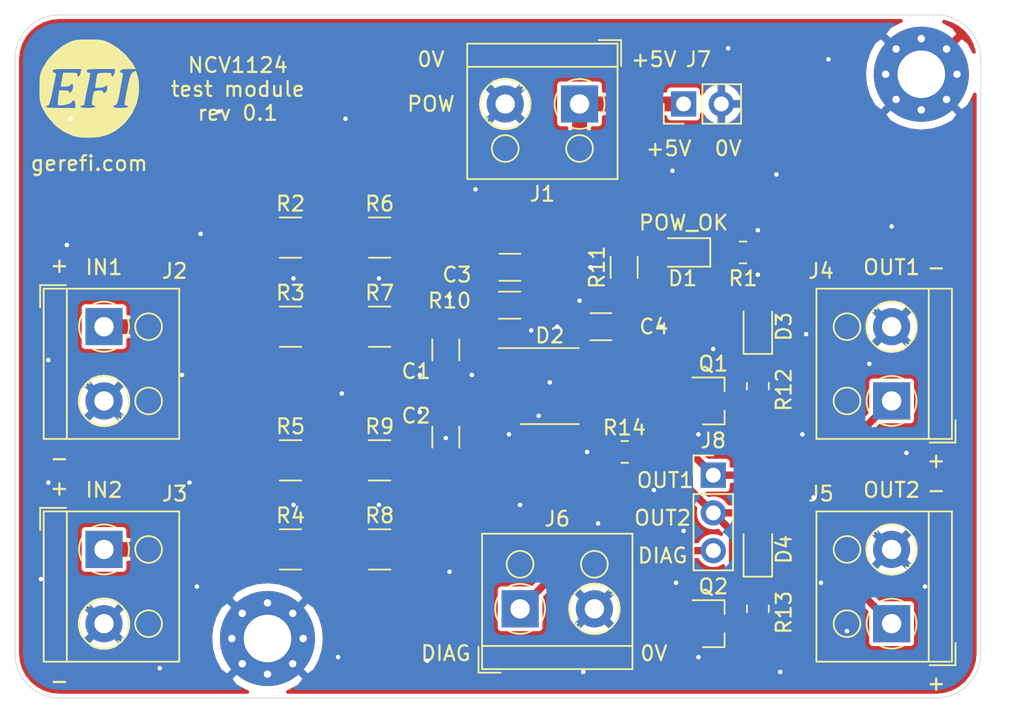
<source format=kicad_pcb>
(kicad_pcb (version 20171130) (host pcbnew "(5.1.8)-1")
  (title_block (date 2020-12-12) (company gerefi.com))
  (layers (0 F.Cu signal) (31 B.Cu signal) (34 B.Paste user) (35 F.Paste user) (36 B.SilkS user) (37 F.SilkS user) (38 B.Mask user) (39 F.Mask user) (44 Edge.Cuts user))
  (net 0 "")
  (net 1 GND)
  (net 2 "Net-(C1-Pad1)")
  (net 3 "Net-(C2-Pad1)")
  (net 4 "Net-(C3-Pad2)")
  (net 5 +5V)
  (net 6 "Net-(C4-Pad1)")
  (net 7 "Net-(D1-Pad1)")
  (net 8 "Net-(D2-Pad7)")
  (net 9 "Net-(D2-Pad6)")
  (net 10 "Net-(D2-Pad5)")
  (net 11 "Net-(D3-Pad1)")
  (net 12 "Net-(D4-Pad1)")
  (net 13 "Net-(J2-Pad1)")
  (net 14 "Net-(J3-Pad1)")
  (net 15 "Net-(Q1-Pad3)")
  (net 16 "Net-(Q2-Pad3)")
  (net 17 "Net-(R2-Pad2)")
  (net 18 "Net-(R3-Pad2)")
  (net 19 "Net-(R4-Pad2)")
  (net 20 "Net-(R5-Pad2)")
  (module Resistor_SMD:R_0805_2012Metric_Pad1.20x1.40mm_HandSolder (layer F.Cu) (at 146.05 51.435)
    (fp_text reference R14 (at -0.035849 -1.630174) (layer F.SilkS))
    (fp_text value 3K)
    (fp_line (start -0.227064 -0.735) (end 0.227064 -0.735) (layer F.SilkS) (width 0.12))
    (fp_line (start -0.227064 0.735) (end 0.227064 0.735) (layer F.SilkS) (width 0.12))
    (pad 2 smd roundrect (at 1 0) (size 1.2 1.4) (layers F.Cu F.Paste F.Mask) (roundrect_rratio 0.2083325) (net 10 "Net-(D2-Pad5)"))
    (pad 1 smd roundrect (at -1 0) (size 1.2 1.4) (layers F.Cu F.Paste F.Mask) (roundrect_rratio 0.2083325) (net 1 GND))
  )
  (module Connector_PinHeader_2.54mm:PinHeader_1x03_P2.54mm_Vertical (layer F.Cu) (at 152 53)
    (fp_text reference J8 (at 0 -2.33) (layer F.SilkS))
    (fp_text value Conn_01x03_Male)
    (fp_line (start -1.33 6.41) (end 1.33 6.41) (layer F.SilkS) (width 0.12))
    (fp_line (start -1.33 1.27) (end -1.33 6.41) (layer F.SilkS) (width 0.12))
    (fp_line (start 1.33 1.27) (end 1.33 6.41) (layer F.SilkS) (width 0.12))
    (fp_line (start -1.33 1.27) (end 1.33 1.27) (layer F.SilkS) (width 0.12))
    (fp_line (start -1.33 0) (end -1.33 -1.33) (layer F.SilkS) (width 0.12))
    (fp_line (start -1.33 -1.33) (end 0 -1.33) (layer F.SilkS) (width 0.12))
    (pad 3 thru_hole oval (at 0 5.08) (size 1.7 1.7) (drill 1) (layers *.Cu *.Mask) (net 10 "Net-(D2-Pad5)"))
    (pad 2 thru_hole oval (at 0 2.54) (size 1.7 1.7) (drill 1) (layers *.Cu *.Mask) (net 9 "Net-(D2-Pad6)"))
    (pad 1 thru_hole rect (at 0 0) (size 1.7 1.7) (drill 1) (layers *.Cu *.Mask) (net 8 "Net-(D2-Pad7)"))
  )
  (module Connector_PinHeader_2.54mm:PinHeader_1x02_P2.54mm_Vertical (layer F.Cu) (at 150 28 90)
    (fp_text reference J7 (at 3 1 180) (layer F.SilkS))
    (fp_text value Conn_01x02_Male)
    (fp_line (start -1.33 3.87) (end 1.33 3.87) (layer F.SilkS) (width 0.12))
    (fp_line (start -1.33 1.27) (end -1.33 3.87) (layer F.SilkS) (width 0.12))
    (fp_line (start 1.33 1.27) (end 1.33 3.87) (layer F.SilkS) (width 0.12))
    (fp_line (start -1.33 1.27) (end 1.33 1.27) (layer F.SilkS) (width 0.12))
    (fp_line (start -1.33 0) (end -1.33 -1.33) (layer F.SilkS) (width 0.12))
    (fp_line (start -1.33 -1.33) (end 0 -1.33) (layer F.SilkS) (width 0.12))
    (pad 2 thru_hole oval (at 0 2.54 90) (size 1.7 1.7) (drill 1) (layers *.Cu *.Mask) (net 1 GND))
    (pad 1 thru_hole rect (at 0 0 90) (size 1.7 1.7) (drill 1) (layers *.Cu *.Mask) (net 5 +5V))
  )
  (module MountingHole:MountingHole_3.2mm_M3_Pad_Via (layer F.Cu) (at 166 26)
    (fp_text reference H2 hide)
    (fp_text value MountingHole_Pad)
    (pad 1 thru_hole circle (at 1.697056 -1.697056) (size 0.8 0.8) (drill 0.5) (layers *.Cu *.Mask) (net 1 GND))
    (pad 1 thru_hole circle (at 0 -2.4) (size 0.8 0.8) (drill 0.5) (layers *.Cu *.Mask) (net 1 GND))
    (pad 1 thru_hole circle (at -1.697056 -1.697056) (size 0.8 0.8) (drill 0.5) (layers *.Cu *.Mask) (net 1 GND))
    (pad 1 thru_hole circle (at -2.4 0) (size 0.8 0.8) (drill 0.5) (layers *.Cu *.Mask) (net 1 GND))
    (pad 1 thru_hole circle (at -1.697056 1.697056) (size 0.8 0.8) (drill 0.5) (layers *.Cu *.Mask) (net 1 GND))
    (pad 1 thru_hole circle (at 0 2.4) (size 0.8 0.8) (drill 0.5) (layers *.Cu *.Mask) (net 1 GND))
    (pad 1 thru_hole circle (at 1.697056 1.697056) (size 0.8 0.8) (drill 0.5) (layers *.Cu *.Mask) (net 1 GND))
    (pad 1 thru_hole circle (at 2.4 0) (size 0.8 0.8) (drill 0.5) (layers *.Cu *.Mask) (net 1 GND))
    (pad 1 thru_hole circle (at 0 0) (size 6.4 6.4) (drill 3.2) (layers *.Cu *.Mask) (net 1 GND))
  )
  (module MountingHole:MountingHole_3.2mm_M3_Pad_Via (layer F.Cu) (at 122 64)
    (fp_text reference H1 hide)
    (fp_text value MountingHole_Pad)
    (pad 1 thru_hole circle (at 1.697056 -1.697056) (size 0.8 0.8) (drill 0.5) (layers *.Cu *.Mask) (net 1 GND))
    (pad 1 thru_hole circle (at 0 -2.4) (size 0.8 0.8) (drill 0.5) (layers *.Cu *.Mask) (net 1 GND))
    (pad 1 thru_hole circle (at -1.697056 -1.697056) (size 0.8 0.8) (drill 0.5) (layers *.Cu *.Mask) (net 1 GND))
    (pad 1 thru_hole circle (at -2.4 0) (size 0.8 0.8) (drill 0.5) (layers *.Cu *.Mask) (net 1 GND))
    (pad 1 thru_hole circle (at -1.697056 1.697056) (size 0.8 0.8) (drill 0.5) (layers *.Cu *.Mask) (net 1 GND))
    (pad 1 thru_hole circle (at 0 2.4) (size 0.8 0.8) (drill 0.5) (layers *.Cu *.Mask) (net 1 GND))
    (pad 1 thru_hole circle (at 1.697056 1.697056) (size 0.8 0.8) (drill 0.5) (layers *.Cu *.Mask) (net 1 GND))
    (pad 1 thru_hole circle (at 2.4 0) (size 0.8 0.8) (drill 0.5) (layers *.Cu *.Mask) (net 1 GND))
    (pad 1 thru_hole circle (at 0 0) (size 6.4 6.4) (drill 3.2) (layers *.Cu *.Mask) (net 1 GND))
  )
  (module gerefi_lib:LOGO (layer F.Cu) (at 110 27)
    (fp_text reference G1 hide)
    (fp_text value LOGO hide)
    (fp_poly (pts (xy 3.3528 -0.39624) (xy 3.35026 0.29972) (xy 3.19532 0.9906) (xy 2.8956 1.64338) (xy 2.46634 2.21996) (xy 2.31394 2.37744) (xy 1.80086 2.794) (xy 1.27508 3.07086) (xy 0.68834 3.2258) (xy 0.127 3.27406) (xy -0.46736 3.26898) (xy -0.9271 3.2004) (xy -1.05664 3.16484) (xy -1.73482 2.86258) (xy -2.32156 2.41808) (xy -2.8194 1.83134) (xy -3.10896 1.3462) (xy -3.21564 1.12776) (xy -3.28422 0.92964) (xy -3.32232 0.70866) (xy -3.3401 0.4191) (xy -3.34518 0.01016) (xy -3.34518 -0.04318) (xy -3.3401 -0.46736) (xy -3.32486 -0.77216) (xy -3.28676 -1.0033) (xy -3.22072 -1.21158) (xy -3.11658 -1.44272) (xy -3.10134 -1.46812) (xy -2.7686 -1.99644) (xy -2.31648 -2.49428) (xy -1.79832 -2.90576) (xy -1.47574 -3.09372) (xy -1.23698 -3.20294) (xy -1.03124 -3.2766) (xy -0.80518 -3.31724) (xy -0.51562 -3.33756) (xy -0.10922 -3.34264) (xy -0.04064 -3.34264) (xy 0.37846 -3.3401) (xy 0.68072 -3.32486) (xy 0.90932 -3.2893) (xy 1.1176 -3.22326) (xy 1.35382 -3.11658) (xy 1.44018 -3.0734) (xy 1.97612 -2.73558) (xy 2.47904 -2.28854) (xy 2.88798 -1.78308) (xy 2.95656 -1.67132) (xy 3.14706 -1.35382) (xy 2.63906 -1.35382) (xy 2.32664 -1.34112) (xy 2.14884 -1.2954) (xy 2.08534 -1.22936) (xy 2.10058 -1.12014) (xy 2.1717 -1.10236) (xy 2.26314 -1.05918) (xy 2.26568 -0.90678) (xy 2.25806 -0.86868) (xy 2.2225 -0.6858) (xy 2.16916 -0.38608) (xy 2.10058 -0.01778) (xy 2.06248 0.2032) (xy 1.98374 0.60452) (xy 1.91516 0.86614) (xy 1.84658 1.016) (xy 1.77038 1.07696) (xy 1.76022 1.0795) (xy 1.74752 1.08458) (xy 1.74752 -1.35382) (xy 0.78994 -1.35382) (xy 0.36576 -1.35128) (xy 0.08382 -1.33858) (xy -0.08128 -1.31318) (xy -0.15494 -1.27254) (xy -0.17018 -1.22682) (xy -0.1016 -1.11506) (xy -0.04318 -1.09982) (xy 0.01524 -1.1049) (xy 0.05334 -1.09728) (xy 0.06858 -1.0541) (xy 0.06096 -0.94996) (xy 0.0254 -0.75438) (xy -0.03556 -0.44704) (xy -0.127 0) (xy -0.20828 0.39624) (xy -0.27432 0.72898) (xy -0.32004 0.96266) (xy -0.33782 1.0668) (xy -0.33782 1.06934) (xy -0.40894 1.09728) (xy -0.46482 1.09982) (xy -0.53848 1.12776) (xy -0.53848 -1.35382) (xy -1.49606 -1.35382) (xy -1.92024 -1.35128) (xy -2.20218 -1.33858) (xy -2.36728 -1.31318) (xy -2.44094 -1.27254) (xy -2.45618 -1.22682) (xy -2.3876 -1.1176) (xy -2.3241 -1.09982) (xy -2.22758 -1.04394) (xy -2.23266 -0.9525) (xy -2.26568 -0.8128) (xy -2.3241 -0.5461) (xy -2.39522 -0.19558) (xy -2.4638 0.14732) (xy -2.5654 0.62484) (xy -2.65684 0.9398) (xy -2.73304 1.08712) (xy -2.75844 1.09982) (xy -2.89814 1.15824) (xy -2.921 1.18618) (xy -2.86512 1.22428) (xy -2.64922 1.25222) (xy -2.27838 1.26746) (xy -1.95326 1.27) (xy -0.93218 1.27) (xy -0.93218 1.016) (xy -0.97028 0.8128) (xy -1.05918 0.762) (xy -1.17094 0.8255) (xy -1.18618 0.88138) (xy -1.25984 0.94996) (xy -1.44526 1.01854) (xy -1.67894 1.07188) (xy -1.905 1.09982) (xy -2.06248 1.08712) (xy -2.09042 1.06934) (xy -2.10566 0.96774) (xy -2.09804 0.7493) (xy -2.07772 0.55372) (xy -2.0193 0.08382) (xy -1.68656 0.08382) (xy -1.47828 0.10414) (xy -1.36144 0.15748) (xy -1.35382 0.17526) (xy -1.3208 0.25908) (xy -1.2446 0.22352) (xy -1.1557 0.10414) (xy -1.0922 -0.06858) (xy -1.0922 -0.07112) (xy -1.07442 -0.26416) (xy -1.1303 -0.33782) (xy -1.15316 -0.33782) (xy -1.25984 -0.28956) (xy -1.27 -0.254) (xy -1.3462 -0.20066) (xy -1.53162 -0.17018) (xy -1.59512 -0.17018) (xy -1.9177 -0.17018) (xy -1.83388 -0.635) (xy -1.75006 -1.10236) (xy -1.24714 -1.09982) (xy -0.9652 -1.09474) (xy -0.82042 -1.0668) (xy -0.78486 -1.00838) (xy -0.79248 -0.97282) (xy -0.78232 -0.8636) (xy -0.72644 -0.84582) (xy -0.635 -0.92202) (xy -0.57658 -1.09728) (xy -0.57404 -1.09982) (xy -0.53848 -1.35382) (xy -0.53848 1.12776) (xy -0.57912 1.14554) (xy -0.59182 1.18618) (xy -0.51562 1.22936) (xy -0.31496 1.25984) (xy -0.08382 1.27) (xy 0.18542 1.2573) (xy 0.3683 1.22428) (xy 0.42418 1.18618) (xy 0.35306 1.11252) (xy 0.28702 1.09982) (xy 0.20574 1.07442) (xy 0.18034 0.96774) (xy 0.2032 0.74168) (xy 0.20828 0.70866) (xy 0.254 0.44704) (xy 0.29718 0.24892) (xy 0.31242 0.20066) (xy 0.40894 0.12954) (xy 0.5842 0.0889) (xy 0.7747 0.0889) (xy 0.90678 0.127) (xy 0.93218 0.17018) (xy 0.97282 0.25908) (xy 1.0668 0.2413) (xy 1.16586 0.13716) (xy 1.20904 0.02032) (xy 1.22936 -0.19304) (xy 1.17856 -0.254) (xy 1.08204 -0.18542) (xy 0.93218 -0.11684) (xy 0.70866 -0.08636) (xy 0.69088 -0.08382) (xy 0.40132 -0.08382) (xy 0.45974 -0.52578) (xy 0.50038 -0.7874) (xy 0.54102 -0.9779) (xy 0.5588 -1.03378) (xy 0.6604 -1.06934) (xy 0.87884 -1.09474) (xy 1.07188 -1.09982) (xy 1.34112 -1.0922) (xy 1.4732 -1.06172) (xy 1.50114 -1.00076) (xy 1.49352 -0.97536) (xy 1.50368 -0.8636) (xy 1.55956 -0.84582) (xy 1.651 -0.92202) (xy 1.70942 -1.09728) (xy 1.71196 -1.09982) (xy 1.74752 -1.35382) (xy 1.74752 1.08458) (xy 1.61544 1.14046) (xy 1.62306 1.19888) (xy 1.76276 1.2446) (xy 2.0193 1.26746) (xy 2.11582 1.27) (xy 2.3876 1.2573) (xy 2.57048 1.22428) (xy 2.62382 1.18618) (xy 2.55524 1.10998) (xy 2.49682 1.09982) (xy 2.43586 1.09474) (xy 2.39776 1.06426) (xy 2.3876 0.98298) (xy 2.40284 0.82296) (xy 2.44602 0.56134) (xy 2.52222 0.17272) (xy 2.57302 -0.08128) (xy 2.67716 -0.56388) (xy 2.77368 -0.89408) (xy 2.85496 -1.06426) (xy 2.88544 -1.08712) (xy 3.03276 -1.1811) (xy 3.06324 -1.21666) (xy 3.12674 -1.22428) (xy 3.2004 -1.0922) (xy 3.27406 -0.8509) (xy 3.33502 -0.5334) (xy 3.3528 -0.39624)) (layer F.SilkS) (width 0.00254))
  )
  (module LED_SMD:LED_0805_2012Metric_Pad1.15x1.40mm_HandSolder (layer F.Cu) (at 155 57.975 90)
    (fp_text reference D4 (at -0.025 1.75 90) (layer F.SilkS))
    (fp_text value LED)
    (fp_line (start 1 -0.96) (end -1.86 -0.96) (layer F.SilkS) (width 0.12))
    (fp_line (start -1.86 -0.96) (end -1.86 0.96) (layer F.SilkS) (width 0.12))
    (fp_line (start -1.86 0.96) (end 1 0.96) (layer F.SilkS) (width 0.12))
    (pad 2 smd roundrect (at 1.025 0 90) (size 1.15 1.4) (layers F.Cu F.Paste F.Mask) (roundrect_rratio 0.2173904347826087) (net 5 +5V))
    (pad 1 smd roundrect (at -1.025 0 90) (size 1.15 1.4) (layers F.Cu F.Paste F.Mask) (roundrect_rratio 0.2173904347826087) (net 12 "Net-(D4-Pad1)"))
  )
  (module LED_SMD:LED_0805_2012Metric_Pad1.15x1.40mm_HandSolder (layer F.Cu) (at 155 42.975 90)
    (fp_text reference D3 (at -0.025 1.75 90) (layer F.SilkS))
    (fp_text value LED)
    (fp_line (start 1 -0.96) (end -1.86 -0.96) (layer F.SilkS) (width 0.12))
    (fp_line (start -1.86 -0.96) (end -1.86 0.96) (layer F.SilkS) (width 0.12))
    (fp_line (start -1.86 0.96) (end 1 0.96) (layer F.SilkS) (width 0.12))
    (pad 2 smd roundrect (at 1.025 0 90) (size 1.15 1.4) (layers F.Cu F.Paste F.Mask) (roundrect_rratio 0.2173904347826087) (net 5 +5V))
    (pad 1 smd roundrect (at -1.025 0 90) (size 1.15 1.4) (layers F.Cu F.Paste F.Mask) (roundrect_rratio 0.2173904347826087) (net 11 "Net-(D3-Pad1)"))
  )
  (module LED_SMD:LED_0805_2012Metric_Pad1.15x1.40mm_HandSolder (layer F.Cu) (at 149.9375 38 180)
    (fp_text reference D1 (at 0 -1.75) (layer F.SilkS))
    (fp_text value LED)
    (fp_line (start 1 -0.96) (end -1.86 -0.96) (layer F.SilkS) (width 0.12))
    (fp_line (start -1.86 -0.96) (end -1.86 0.96) (layer F.SilkS) (width 0.12))
    (fp_line (start -1.86 0.96) (end 1 0.96) (layer F.SilkS) (width 0.12))
    (pad 2 smd roundrect (at 1.025 0 180) (size 1.15 1.4) (layers F.Cu F.Paste F.Mask) (roundrect_rratio 0.2173904347826087) (net 5 +5V))
    (pad 1 smd roundrect (at -1.025 0 180) (size 1.15 1.4) (layers F.Cu F.Paste F.Mask) (roundrect_rratio 0.2173904347826087) (net 7 "Net-(D1-Pad1)"))
  )
  (module Resistor_SMD:R_0805_2012Metric_Pad1.20x1.40mm_HandSolder (layer F.Cu) (at 155 62 90)
    (fp_text reference R13 (at -0.25 1.75 90) (layer F.SilkS))
    (fp_text value 3K)
    (fp_line (start -0.227064 -0.735) (end 0.227064 -0.735) (layer F.SilkS) (width 0.12))
    (fp_line (start -0.227064 0.735) (end 0.227064 0.735) (layer F.SilkS) (width 0.12))
    (pad 2 smd roundrect (at 1 0 90) (size 1.2 1.4) (layers F.Cu F.Paste F.Mask) (roundrect_rratio 0.2083325) (net 12 "Net-(D4-Pad1)"))
    (pad 1 smd roundrect (at -1 0 90) (size 1.2 1.4) (layers F.Cu F.Paste F.Mask) (roundrect_rratio 0.2083325) (net 16 "Net-(Q2-Pad3)"))
  )
  (module Resistor_SMD:R_0805_2012Metric_Pad1.20x1.40mm_HandSolder (layer F.Cu) (at 155 47 90)
    (fp_text reference R12 (at -0.25 1.75 90) (layer F.SilkS))
    (fp_text value 3K)
    (fp_line (start -0.227064 -0.735) (end 0.227064 -0.735) (layer F.SilkS) (width 0.12))
    (fp_line (start -0.227064 0.735) (end 0.227064 0.735) (layer F.SilkS) (width 0.12))
    (pad 2 smd roundrect (at 1 0 90) (size 1.2 1.4) (layers F.Cu F.Paste F.Mask) (roundrect_rratio 0.2083325) (net 11 "Net-(D3-Pad1)"))
    (pad 1 smd roundrect (at -1 0 90) (size 1.2 1.4) (layers F.Cu F.Paste F.Mask) (roundrect_rratio 0.2083325) (net 15 "Net-(Q1-Pad3)"))
  )
  (module Resistor_SMD:R_1206_3216Metric_Pad1.30x1.75mm_HandSolder (layer F.Cu) (at 146 39 90)
    (fp_text reference R11 (at 0 -1.82 90) (layer F.SilkS))
    (fp_text value 39)
    (fp_line (start -0.727064 -0.91) (end 0.727064 -0.91) (layer F.SilkS) (width 0.12))
    (fp_line (start -0.727064 0.91) (end 0.727064 0.91) (layer F.SilkS) (width 0.12))
    (pad 2 smd roundrect (at 1.55 0 90) (size 1.3 1.75) (layers F.Cu F.Paste F.Mask) (roundrect_rratio 0.1923069230769231) (net 5 +5V))
    (pad 1 smd roundrect (at -1.55 0 90) (size 1.3 1.75) (layers F.Cu F.Paste F.Mask) (roundrect_rratio 0.1923069230769231) (net 6 "Net-(C4-Pad1)"))
  )
  (module Resistor_SMD:R_1206_3216Metric_Pad1.30x1.75mm_HandSolder (layer F.Cu) (at 138.3 41.55 180)
    (fp_text reference R10 (at 4.05 0.3) (layer F.SilkS))
    (fp_text value 24k)
    (fp_line (start -0.727064 -0.91) (end 0.727064 -0.91) (layer F.SilkS) (width 0.12))
    (fp_line (start -0.727064 0.91) (end 0.727064 0.91) (layer F.SilkS) (width 0.12))
    (pad 2 smd roundrect (at 1.55 0 180) (size 1.3 1.75) (layers F.Cu F.Paste F.Mask) (roundrect_rratio 0.1923069230769231) (net 4 "Net-(C3-Pad2)"))
    (pad 1 smd roundrect (at -1.55 0 180) (size 1.3 1.75) (layers F.Cu F.Paste F.Mask) (roundrect_rratio 0.1923069230769231) (net 1 GND))
  )
  (module Resistor_SMD:R_1210_3225Metric_Pad1.30x2.65mm_HandSolder (layer F.Cu) (at 129.55 52)
    (fp_text reference R9 (at 0 -2.28) (layer F.SilkS))
    (fp_text value 22k)
    (fp_line (start -0.723737 -1.355) (end 0.723737 -1.355) (layer F.SilkS) (width 0.12))
    (fp_line (start -0.723737 1.355) (end 0.723737 1.355) (layer F.SilkS) (width 0.12))
    (pad 2 smd roundrect (at 1.55 0) (size 1.3 2.65) (layers F.Cu F.Paste F.Mask) (roundrect_rratio 0.1923069230769231) (net 3 "Net-(C2-Pad1)"))
    (pad 1 smd roundrect (at -1.55 0) (size 1.3 2.65) (layers F.Cu F.Paste F.Mask) (roundrect_rratio 0.1923069230769231) (net 20 "Net-(R5-Pad2)"))
  )
  (module Resistor_SMD:R_1210_3225Metric_Pad1.30x2.65mm_HandSolder (layer F.Cu) (at 129.55 58)
    (fp_text reference R8 (at 0 -2.28) (layer F.SilkS))
    (fp_text value 22k)
    (fp_line (start -0.723737 -1.355) (end 0.723737 -1.355) (layer F.SilkS) (width 0.12))
    (fp_line (start -0.723737 1.355) (end 0.723737 1.355) (layer F.SilkS) (width 0.12))
    (pad 2 smd roundrect (at 1.55 0) (size 1.3 2.65) (layers F.Cu F.Paste F.Mask) (roundrect_rratio 0.1923069230769231) (net 3 "Net-(C2-Pad1)"))
    (pad 1 smd roundrect (at -1.55 0) (size 1.3 2.65) (layers F.Cu F.Paste F.Mask) (roundrect_rratio 0.1923069230769231) (net 19 "Net-(R4-Pad2)"))
  )
  (module Resistor_SMD:R_1210_3225Metric_Pad1.30x2.65mm_HandSolder (layer F.Cu) (at 129.55 43)
    (fp_text reference R7 (at 0 -2.28) (layer F.SilkS))
    (fp_text value 22k)
    (fp_line (start -0.723737 -1.355) (end 0.723737 -1.355) (layer F.SilkS) (width 0.12))
    (fp_line (start -0.723737 1.355) (end 0.723737 1.355) (layer F.SilkS) (width 0.12))
    (pad 2 smd roundrect (at 1.55 0) (size 1.3 2.65) (layers F.Cu F.Paste F.Mask) (roundrect_rratio 0.1923069230769231) (net 2 "Net-(C1-Pad1)"))
    (pad 1 smd roundrect (at -1.55 0) (size 1.3 2.65) (layers F.Cu F.Paste F.Mask) (roundrect_rratio 0.1923069230769231) (net 18 "Net-(R3-Pad2)"))
  )
  (module Resistor_SMD:R_1210_3225Metric_Pad1.30x2.65mm_HandSolder (layer F.Cu) (at 129.55 37)
    (fp_text reference R6 (at 0 -2.28) (layer F.SilkS))
    (fp_text value 22k)
    (fp_line (start -0.723737 -1.355) (end 0.723737 -1.355) (layer F.SilkS) (width 0.12))
    (fp_line (start -0.723737 1.355) (end 0.723737 1.355) (layer F.SilkS) (width 0.12))
    (pad 2 smd roundrect (at 1.55 0) (size 1.3 2.65) (layers F.Cu F.Paste F.Mask) (roundrect_rratio 0.1923069230769231) (net 2 "Net-(C1-Pad1)"))
    (pad 1 smd roundrect (at -1.55 0) (size 1.3 2.65) (layers F.Cu F.Paste F.Mask) (roundrect_rratio 0.1923069230769231) (net 17 "Net-(R2-Pad2)"))
  )
  (module Resistor_SMD:R_1210_3225Metric_Pad1.30x2.65mm_HandSolder (layer F.Cu) (at 123.55 52)
    (fp_text reference R5 (at 0 -2.28) (layer F.SilkS))
    (fp_text value 22k)
    (fp_line (start -0.723737 -1.355) (end 0.723737 -1.355) (layer F.SilkS) (width 0.12))
    (fp_line (start -0.723737 1.355) (end 0.723737 1.355) (layer F.SilkS) (width 0.12))
    (pad 2 smd roundrect (at 1.55 0) (size 1.3 2.65) (layers F.Cu F.Paste F.Mask) (roundrect_rratio 0.1923069230769231) (net 20 "Net-(R5-Pad2)"))
    (pad 1 smd roundrect (at -1.55 0) (size 1.3 2.65) (layers F.Cu F.Paste F.Mask) (roundrect_rratio 0.1923069230769231) (net 14 "Net-(J3-Pad1)"))
  )
  (module Resistor_SMD:R_1210_3225Metric_Pad1.30x2.65mm_HandSolder (layer F.Cu) (at 123.55 58)
    (fp_text reference R4 (at 0 -2.28) (layer F.SilkS))
    (fp_text value 22k)
    (fp_line (start -0.723737 -1.355) (end 0.723737 -1.355) (layer F.SilkS) (width 0.12))
    (fp_line (start -0.723737 1.355) (end 0.723737 1.355) (layer F.SilkS) (width 0.12))
    (pad 2 smd roundrect (at 1.55 0) (size 1.3 2.65) (layers F.Cu F.Paste F.Mask) (roundrect_rratio 0.1923069230769231) (net 19 "Net-(R4-Pad2)"))
    (pad 1 smd roundrect (at -1.55 0) (size 1.3 2.65) (layers F.Cu F.Paste F.Mask) (roundrect_rratio 0.1923069230769231) (net 14 "Net-(J3-Pad1)"))
  )
  (module Resistor_SMD:R_1210_3225Metric_Pad1.30x2.65mm_HandSolder (layer F.Cu) (at 123.55 43)
    (fp_text reference R3 (at 0 -2.28) (layer F.SilkS))
    (fp_text value 22k)
    (fp_line (start -0.723737 -1.355) (end 0.723737 -1.355) (layer F.SilkS) (width 0.12))
    (fp_line (start -0.723737 1.355) (end 0.723737 1.355) (layer F.SilkS) (width 0.12))
    (pad 2 smd roundrect (at 1.55 0) (size 1.3 2.65) (layers F.Cu F.Paste F.Mask) (roundrect_rratio 0.1923069230769231) (net 18 "Net-(R3-Pad2)"))
    (pad 1 smd roundrect (at -1.55 0) (size 1.3 2.65) (layers F.Cu F.Paste F.Mask) (roundrect_rratio 0.1923069230769231) (net 13 "Net-(J2-Pad1)"))
  )
  (module Resistor_SMD:R_1210_3225Metric_Pad1.30x2.65mm_HandSolder (layer F.Cu) (at 123.55 37)
    (fp_text reference R2 (at 0 -2.28) (layer F.SilkS))
    (fp_text value 22k)
    (fp_line (start -0.723737 -1.355) (end 0.723737 -1.355) (layer F.SilkS) (width 0.12))
    (fp_line (start -0.723737 1.355) (end 0.723737 1.355) (layer F.SilkS) (width 0.12))
    (pad 2 smd roundrect (at 1.55 0) (size 1.3 2.65) (layers F.Cu F.Paste F.Mask) (roundrect_rratio 0.1923069230769231) (net 17 "Net-(R2-Pad2)"))
    (pad 1 smd roundrect (at -1.55 0) (size 1.3 2.65) (layers F.Cu F.Paste F.Mask) (roundrect_rratio 0.1923069230769231) (net 13 "Net-(J2-Pad1)"))
  )
  (module Resistor_SMD:R_0805_2012Metric_Pad1.20x1.40mm_HandSolder (layer F.Cu) (at 154 38 180)
    (fp_text reference R1 (at 0 -1.75) (layer F.SilkS))
    (fp_text value 3K)
    (fp_line (start -0.227064 -0.735) (end 0.227064 -0.735) (layer F.SilkS) (width 0.12))
    (fp_line (start -0.227064 0.735) (end 0.227064 0.735) (layer F.SilkS) (width 0.12))
    (pad 2 smd roundrect (at 1 0 180) (size 1.2 1.4) (layers F.Cu F.Paste F.Mask) (roundrect_rratio 0.2083325) (net 7 "Net-(D1-Pad1)"))
    (pad 1 smd roundrect (at -1 0 180) (size 1.2 1.4) (layers F.Cu F.Paste F.Mask) (roundrect_rratio 0.2083325) (net 1 GND))
  )
  (module Package_TO_SOT_SMD:SOT-23 (layer F.Cu) (at 152 63)
    (fp_text reference Q2 (at 0 -2.5) (layer F.SilkS))
    (fp_text value 2N7002)
    (fp_line (start 0.76 1.58) (end 0.76 0.65) (layer F.SilkS) (width 0.12))
    (fp_line (start 0.76 -1.58) (end 0.76 -0.65) (layer F.SilkS) (width 0.12))
    (fp_line (start 0.76 -1.58) (end -1.4 -1.58) (layer F.SilkS) (width 0.12))
    (fp_line (start 0.76 1.58) (end -0.7 1.58) (layer F.SilkS) (width 0.12))
    (pad 3 smd rect (at 1 0) (size 0.9 0.8) (layers F.Cu F.Paste F.Mask) (net 16 "Net-(Q2-Pad3)"))
    (pad 2 smd rect (at -1 0.95) (size 0.9 0.8) (layers F.Cu F.Paste F.Mask) (net 1 GND))
    (pad 1 smd rect (at -1 -0.95) (size 0.9 0.8) (layers F.Cu F.Paste F.Mask) (net 9 "Net-(D2-Pad6)"))
  )
  (module Package_TO_SOT_SMD:SOT-23 (layer F.Cu) (at 152 48)
    (fp_text reference Q1 (at 0 -2.5) (layer F.SilkS))
    (fp_text value 2N7002)
    (fp_line (start 0.76 1.58) (end 0.76 0.65) (layer F.SilkS) (width 0.12))
    (fp_line (start 0.76 -1.58) (end 0.76 -0.65) (layer F.SilkS) (width 0.12))
    (fp_line (start 0.76 -1.58) (end -1.4 -1.58) (layer F.SilkS) (width 0.12))
    (fp_line (start 0.76 1.58) (end -0.7 1.58) (layer F.SilkS) (width 0.12))
    (pad 3 smd rect (at 1 0) (size 0.9 0.8) (layers F.Cu F.Paste F.Mask) (net 15 "Net-(Q1-Pad3)"))
    (pad 2 smd rect (at -1 0.95) (size 0.9 0.8) (layers F.Cu F.Paste F.Mask) (net 1 GND))
    (pad 1 smd rect (at -1 -0.95) (size 0.9 0.8) (layers F.Cu F.Paste F.Mask) (net 8 "Net-(D2-Pad7)"))
  )
  (module TerminalBlock_RND:TerminalBlock_RND_205-00001_1x02_P5.00mm_Horizontal (layer F.Cu) (at 139 62)
    (fp_text reference J6 (at 2.5 -6.06) (layer F.SilkS))
    (fp_text value Screw_Terminal_01x02)
    (fp_circle (center 0 -3) (end 0.9 -3) (layer F.SilkS) (width 0.12))
    (fp_circle (center 5 0) (end 6.68 0) (layer F.SilkS) (width 0.12))
    (fp_circle (center 5 -3) (end 5.9 -3) (layer F.SilkS) (width 0.12))
    (fp_line (start -2.56 2.5) (end 7.56 2.5) (layer F.SilkS) (width 0.12))
    (fp_line (start -2.56 -5.06) (end 7.56 -5.06) (layer F.SilkS) (width 0.12))
    (fp_line (start -2.56 4.06) (end 7.56 4.06) (layer F.SilkS) (width 0.12))
    (fp_line (start -2.56 -5.06) (end -2.56 4.06) (layer F.SilkS) (width 0.12))
    (fp_line (start 7.56 -5.06) (end 7.56 4.06) (layer F.SilkS) (width 0.12))
    (fp_line (start 6.275 -1.069) (end 6.181 -0.976) (layer F.SilkS) (width 0.12))
    (fp_line (start 3.99 1.216) (end 3.931 1.274) (layer F.SilkS) (width 0.12))
    (fp_line (start 6.07 -1.275) (end 6.011 -1.216) (layer F.SilkS) (width 0.12))
    (fp_line (start 3.82 0.976) (end 3.726 1.069) (layer F.SilkS) (width 0.12))
    (fp_line (start -2.8 2.56) (end -2.8 4.3) (layer F.SilkS) (width 0.12))
    (fp_line (start -2.8 4.3) (end -1.3 4.3) (layer F.SilkS) (width 0.12))
    (fp_arc (start 0 0) (end -0.789 1.484) (angle -29) (layer F.SilkS) (width 0.12))
    (fp_arc (start 0 0) (end -1.484 -0.789) (angle -56) (layer F.SilkS) (width 0.12))
    (fp_arc (start 0 0) (end 0.789 -1.484) (angle -56) (layer F.SilkS) (width 0.12))
    (fp_arc (start 0 0) (end 1.484 0.789) (angle -56) (layer F.SilkS) (width 0.12))
    (fp_arc (start 0 0) (end 0 1.68) (angle -28) (layer F.SilkS) (width 0.12))
    (pad 2 thru_hole circle (at 5 0) (size 2.5 2.5) (drill 1.3) (layers *.Cu *.Mask) (net 1 GND))
    (pad 1 thru_hole rect (at 0 0) (size 2.5 2.5) (drill 1.3) (layers *.Cu *.Mask) (net 10 "Net-(D2-Pad5)"))
  )
  (module TerminalBlock_RND:TerminalBlock_RND_205-00001_1x02_P5.00mm_Horizontal (layer F.Cu) (at 164 63 90)
    (fp_text reference J5 (at 8.75 -4.75 180) (layer F.SilkS))
    (fp_text value Screw_Terminal_01x02)
    (fp_circle (center 0 -3) (end 0.9 -3) (layer F.SilkS) (width 0.12))
    (fp_circle (center 5 0) (end 6.68 0) (layer F.SilkS) (width 0.12))
    (fp_circle (center 5 -3) (end 5.9 -3) (layer F.SilkS) (width 0.12))
    (fp_line (start -2.56 2.5) (end 7.56 2.5) (layer F.SilkS) (width 0.12))
    (fp_line (start -2.56 -5.06) (end 7.56 -5.06) (layer F.SilkS) (width 0.12))
    (fp_line (start -2.56 4.06) (end 7.56 4.06) (layer F.SilkS) (width 0.12))
    (fp_line (start -2.56 -5.06) (end -2.56 4.06) (layer F.SilkS) (width 0.12))
    (fp_line (start 7.56 -5.06) (end 7.56 4.06) (layer F.SilkS) (width 0.12))
    (fp_line (start 6.275 -1.069) (end 6.181 -0.976) (layer F.SilkS) (width 0.12))
    (fp_line (start 3.99 1.216) (end 3.931 1.274) (layer F.SilkS) (width 0.12))
    (fp_line (start 6.07 -1.275) (end 6.011 -1.216) (layer F.SilkS) (width 0.12))
    (fp_line (start 3.82 0.976) (end 3.726 1.069) (layer F.SilkS) (width 0.12))
    (fp_line (start -2.8 2.56) (end -2.8 4.3) (layer F.SilkS) (width 0.12))
    (fp_line (start -2.8 4.3) (end -1.3 4.3) (layer F.SilkS) (width 0.12))
    (fp_arc (start 0 0) (end -0.789 1.484) (angle -29) (layer F.SilkS) (width 0.12))
    (fp_arc (start 0 0) (end -1.484 -0.789) (angle -56) (layer F.SilkS) (width 0.12))
    (fp_arc (start 0 0) (end 0.789 -1.484) (angle -56) (layer F.SilkS) (width 0.12))
    (fp_arc (start 0 0) (end 1.484 0.789) (angle -56) (layer F.SilkS) (width 0.12))
    (fp_arc (start 0 0) (end 0 1.68) (angle -28) (layer F.SilkS) (width 0.12))
    (pad 2 thru_hole circle (at 5 0 90) (size 2.5 2.5) (drill 1.3) (layers *.Cu *.Mask) (net 1 GND))
    (pad 1 thru_hole rect (at 0 0 90) (size 2.5 2.5) (drill 1.3) (layers *.Cu *.Mask) (net 9 "Net-(D2-Pad6)"))
  )
  (module TerminalBlock_RND:TerminalBlock_RND_205-00001_1x02_P5.00mm_Horizontal (layer F.Cu) (at 164 48 90)
    (fp_text reference J4 (at 8.75 -4.75 180) (layer F.SilkS))
    (fp_text value Screw_Terminal_01x02)
    (fp_circle (center 0 -3) (end 0.9 -3) (layer F.SilkS) (width 0.12))
    (fp_circle (center 5 0) (end 6.68 0) (layer F.SilkS) (width 0.12))
    (fp_circle (center 5 -3) (end 5.9 -3) (layer F.SilkS) (width 0.12))
    (fp_line (start -2.56 2.5) (end 7.56 2.5) (layer F.SilkS) (width 0.12))
    (fp_line (start -2.56 -5.06) (end 7.56 -5.06) (layer F.SilkS) (width 0.12))
    (fp_line (start -2.56 4.06) (end 7.56 4.06) (layer F.SilkS) (width 0.12))
    (fp_line (start -2.56 -5.06) (end -2.56 4.06) (layer F.SilkS) (width 0.12))
    (fp_line (start 7.56 -5.06) (end 7.56 4.06) (layer F.SilkS) (width 0.12))
    (fp_line (start 6.275 -1.069) (end 6.181 -0.976) (layer F.SilkS) (width 0.12))
    (fp_line (start 3.99 1.216) (end 3.931 1.274) (layer F.SilkS) (width 0.12))
    (fp_line (start 6.07 -1.275) (end 6.011 -1.216) (layer F.SilkS) (width 0.12))
    (fp_line (start 3.82 0.976) (end 3.726 1.069) (layer F.SilkS) (width 0.12))
    (fp_line (start -2.8 2.56) (end -2.8 4.3) (layer F.SilkS) (width 0.12))
    (fp_line (start -2.8 4.3) (end -1.3 4.3) (layer F.SilkS) (width 0.12))
    (fp_arc (start 0 0) (end -0.789 1.484) (angle -29) (layer F.SilkS) (width 0.12))
    (fp_arc (start 0 0) (end -1.484 -0.789) (angle -56) (layer F.SilkS) (width 0.12))
    (fp_arc (start 0 0) (end 0.789 -1.484) (angle -56) (layer F.SilkS) (width 0.12))
    (fp_arc (start 0 0) (end 1.484 0.789) (angle -56) (layer F.SilkS) (width 0.12))
    (fp_arc (start 0 0) (end 0 1.68) (angle -28) (layer F.SilkS) (width 0.12))
    (pad 2 thru_hole circle (at 5 0 90) (size 2.5 2.5) (drill 1.3) (layers *.Cu *.Mask) (net 1 GND))
    (pad 1 thru_hole rect (at 0 0 90) (size 2.5 2.5) (drill 1.3) (layers *.Cu *.Mask) (net 8 "Net-(D2-Pad7)"))
  )
  (module TerminalBlock_RND:TerminalBlock_RND_205-00001_1x02_P5.00mm_Horizontal (layer F.Cu) (at 111 58 270)
    (fp_text reference J3 (at -3.75 -4.75 180) (layer F.SilkS))
    (fp_text value Screw_Terminal_01x02)
    (fp_circle (center 0 -3) (end 0.9 -3) (layer F.SilkS) (width 0.12))
    (fp_circle (center 5 0) (end 6.68 0) (layer F.SilkS) (width 0.12))
    (fp_circle (center 5 -3) (end 5.9 -3) (layer F.SilkS) (width 0.12))
    (fp_line (start -2.56 2.5) (end 7.56 2.5) (layer F.SilkS) (width 0.12))
    (fp_line (start -2.56 -5.06) (end 7.56 -5.06) (layer F.SilkS) (width 0.12))
    (fp_line (start -2.56 4.06) (end 7.56 4.06) (layer F.SilkS) (width 0.12))
    (fp_line (start -2.56 -5.06) (end -2.56 4.06) (layer F.SilkS) (width 0.12))
    (fp_line (start 7.56 -5.06) (end 7.56 4.06) (layer F.SilkS) (width 0.12))
    (fp_line (start 6.275 -1.069) (end 6.181 -0.976) (layer F.SilkS) (width 0.12))
    (fp_line (start 3.99 1.216) (end 3.931 1.274) (layer F.SilkS) (width 0.12))
    (fp_line (start 6.07 -1.275) (end 6.011 -1.216) (layer F.SilkS) (width 0.12))
    (fp_line (start 3.82 0.976) (end 3.726 1.069) (layer F.SilkS) (width 0.12))
    (fp_line (start -2.8 2.56) (end -2.8 4.3) (layer F.SilkS) (width 0.12))
    (fp_line (start -2.8 4.3) (end -1.3 4.3) (layer F.SilkS) (width 0.12))
    (fp_arc (start 0 0) (end -0.789 1.484) (angle -29) (layer F.SilkS) (width 0.12))
    (fp_arc (start 0 0) (end -1.484 -0.789) (angle -56) (layer F.SilkS) (width 0.12))
    (fp_arc (start 0 0) (end 0.789 -1.484) (angle -56) (layer F.SilkS) (width 0.12))
    (fp_arc (start 0 0) (end 1.484 0.789) (angle -56) (layer F.SilkS) (width 0.12))
    (fp_arc (start 0 0) (end 0 1.68) (angle -28) (layer F.SilkS) (width 0.12))
    (pad 2 thru_hole circle (at 5 0 270) (size 2.5 2.5) (drill 1.3) (layers *.Cu *.Mask) (net 1 GND))
    (pad 1 thru_hole rect (at 0 0 270) (size 2.5 2.5) (drill 1.3) (layers *.Cu *.Mask) (net 14 "Net-(J3-Pad1)"))
  )
  (module TerminalBlock_RND:TerminalBlock_RND_205-00001_1x02_P5.00mm_Horizontal (layer F.Cu) (at 111 43 270)
    (fp_text reference J2 (at -3.75 -4.75 180) (layer F.SilkS))
    (fp_text value Screw_Terminal_01x02)
    (fp_circle (center 0 -3) (end 0.9 -3) (layer F.SilkS) (width 0.12))
    (fp_circle (center 5 0) (end 6.68 0) (layer F.SilkS) (width 0.12))
    (fp_circle (center 5 -3) (end 5.9 -3) (layer F.SilkS) (width 0.12))
    (fp_line (start -2.56 2.5) (end 7.56 2.5) (layer F.SilkS) (width 0.12))
    (fp_line (start -2.56 -5.06) (end 7.56 -5.06) (layer F.SilkS) (width 0.12))
    (fp_line (start -2.56 4.06) (end 7.56 4.06) (layer F.SilkS) (width 0.12))
    (fp_line (start -2.56 -5.06) (end -2.56 4.06) (layer F.SilkS) (width 0.12))
    (fp_line (start 7.56 -5.06) (end 7.56 4.06) (layer F.SilkS) (width 0.12))
    (fp_line (start 6.275 -1.069) (end 6.181 -0.976) (layer F.SilkS) (width 0.12))
    (fp_line (start 3.99 1.216) (end 3.931 1.274) (layer F.SilkS) (width 0.12))
    (fp_line (start 6.07 -1.275) (end 6.011 -1.216) (layer F.SilkS) (width 0.12))
    (fp_line (start 3.82 0.976) (end 3.726 1.069) (layer F.SilkS) (width 0.12))
    (fp_line (start -2.8 2.56) (end -2.8 4.3) (layer F.SilkS) (width 0.12))
    (fp_line (start -2.8 4.3) (end -1.3 4.3) (layer F.SilkS) (width 0.12))
    (fp_arc (start 0 0) (end -0.789 1.484) (angle -29) (layer F.SilkS) (width 0.12))
    (fp_arc (start 0 0) (end -1.484 -0.789) (angle -56) (layer F.SilkS) (width 0.12))
    (fp_arc (start 0 0) (end 0.789 -1.484) (angle -56) (layer F.SilkS) (width 0.12))
    (fp_arc (start 0 0) (end 1.484 0.789) (angle -56) (layer F.SilkS) (width 0.12))
    (fp_arc (start 0 0) (end 0 1.68) (angle -28) (layer F.SilkS) (width 0.12))
    (pad 2 thru_hole circle (at 5 0 270) (size 2.5 2.5) (drill 1.3) (layers *.Cu *.Mask) (net 1 GND))
    (pad 1 thru_hole rect (at 0 0 270) (size 2.5 2.5) (drill 1.3) (layers *.Cu *.Mask) (net 13 "Net-(J2-Pad1)"))
  )
  (module TerminalBlock_RND:TerminalBlock_RND_205-00001_1x02_P5.00mm_Horizontal (layer F.Cu) (at 143 28 180)
    (fp_text reference J1 (at 2.5 -6.06) (layer F.SilkS))
    (fp_text value Screw_Terminal_01x02)
    (fp_circle (center 0 -3) (end 0.9 -3) (layer F.SilkS) (width 0.12))
    (fp_circle (center 5 0) (end 6.68 0) (layer F.SilkS) (width 0.12))
    (fp_circle (center 5 -3) (end 5.9 -3) (layer F.SilkS) (width 0.12))
    (fp_line (start -2.56 2.5) (end 7.56 2.5) (layer F.SilkS) (width 0.12))
    (fp_line (start -2.56 -5.06) (end 7.56 -5.06) (layer F.SilkS) (width 0.12))
    (fp_line (start -2.56 4.06) (end 7.56 4.06) (layer F.SilkS) (width 0.12))
    (fp_line (start -2.56 -5.06) (end -2.56 4.06) (layer F.SilkS) (width 0.12))
    (fp_line (start 7.56 -5.06) (end 7.56 4.06) (layer F.SilkS) (width 0.12))
    (fp_line (start 6.275 -1.069) (end 6.181 -0.976) (layer F.SilkS) (width 0.12))
    (fp_line (start 3.99 1.216) (end 3.931 1.274) (layer F.SilkS) (width 0.12))
    (fp_line (start 6.07 -1.275) (end 6.011 -1.216) (layer F.SilkS) (width 0.12))
    (fp_line (start 3.82 0.976) (end 3.726 1.069) (layer F.SilkS) (width 0.12))
    (fp_line (start -2.8 2.56) (end -2.8 4.3) (layer F.SilkS) (width 0.12))
    (fp_line (start -2.8 4.3) (end -1.3 4.3) (layer F.SilkS) (width 0.12))
    (fp_arc (start 0 0) (end -0.789 1.484) (angle -29) (layer F.SilkS) (width 0.12))
    (fp_arc (start 0 0) (end -1.484 -0.789) (angle -56) (layer F.SilkS) (width 0.12))
    (fp_arc (start 0 0) (end 0.789 -1.484) (angle -56) (layer F.SilkS) (width 0.12))
    (fp_arc (start 0 0) (end 1.484 0.789) (angle -56) (layer F.SilkS) (width 0.12))
    (fp_arc (start 0 0) (end 0 1.68) (angle -28) (layer F.SilkS) (width 0.12))
    (pad 2 thru_hole circle (at 5 0 180) (size 2.5 2.5) (drill 1.3) (layers *.Cu *.Mask) (net 1 GND))
    (pad 1 thru_hole rect (at 0 0 180) (size 2.5 2.5) (drill 1.3) (layers *.Cu *.Mask) (net 5 +5V))
  )
  (module Package_SO:SO-8_3.9x4.9mm_P1.27mm (layer F.Cu) (at 141 47)
    (fp_text reference D2 (at 0 -3.4) (layer F.SilkS))
    (fp_text value NCV1124)
    (fp_line (start 0 2.56) (end 1.95 2.56) (layer F.SilkS) (width 0.12))
    (fp_line (start 0 2.56) (end -1.95 2.56) (layer F.SilkS) (width 0.12))
    (fp_line (start 0 -2.56) (end 1.95 -2.56) (layer F.SilkS) (width 0.12))
    (fp_line (start 0 -2.56) (end -3.45 -2.56) (layer F.SilkS) (width 0.12))
    (pad 8 smd roundrect (at 2.575 -1.905) (size 1.75 0.6) (layers F.Cu F.Paste F.Mask) (net 6 "Net-(C4-Pad1)"))
    (pad 7 smd roundrect (at 2.575 -0.635) (size 1.75 0.6) (layers F.Cu F.Paste F.Mask) (net 8 "Net-(D2-Pad7)"))
    (pad 6 smd roundrect (at 2.575 0.635) (size 1.75 0.6) (layers F.Cu F.Paste F.Mask) (net 9 "Net-(D2-Pad6)"))
    (pad 5 smd roundrect (at 2.575 1.905) (size 1.75 0.6) (layers F.Cu F.Paste F.Mask) (net 10 "Net-(D2-Pad5)"))
    (pad 4 smd roundrect (at -2.575 1.905) (size 1.75 0.6) (layers F.Cu F.Paste F.Mask) (net 1 GND))
    (pad 3 smd roundrect (at -2.575 0.635) (size 1.75 0.6) (layers F.Cu F.Paste F.Mask) (net 3 "Net-(C2-Pad1)"))
    (pad 2 smd roundrect (at -2.575 -0.635) (size 1.75 0.6) (layers F.Cu F.Paste F.Mask) (net 2 "Net-(C1-Pad1)"))
    (pad 1 smd roundrect (at -2.575 -1.905) (size 1.75 0.6) (layers F.Cu F.Paste F.Mask) (net 4 "Net-(C3-Pad2)"))
  )
  (module Capacitor_SMD:C_1206_3216Metric_Pad1.33x1.80mm_HandSolder (layer F.Cu) (at 144.4375 43 180)
    (fp_text reference C4 (at -3.5625 0) (layer F.SilkS))
    (fp_text value 0.22u)
    (fp_line (start -0.711252 -0.91) (end 0.711252 -0.91) (layer F.SilkS) (width 0.12))
    (fp_line (start -0.711252 0.91) (end 0.711252 0.91) (layer F.SilkS) (width 0.12))
    (pad 2 smd roundrect (at 1.5625 0 180) (size 1.325 1.8) (layers F.Cu F.Paste F.Mask) (roundrect_rratio 0.1886769811320755) (net 1 GND))
    (pad 1 smd roundrect (at -1.5625 0 180) (size 1.325 1.8) (layers F.Cu F.Paste F.Mask) (roundrect_rratio 0.1886769811320755) (net 6 "Net-(C4-Pad1)"))
  )
  (module Capacitor_SMD:C_1206_3216Metric_Pad1.33x1.80mm_HandSolder (layer F.Cu) (at 138.3125 39 180)
    (fp_text reference C3 (at 3.5625 -0.5) (layer F.SilkS))
    (fp_text value 0.022u)
    (fp_line (start -0.711252 -0.91) (end 0.711252 -0.91) (layer F.SilkS) (width 0.12))
    (fp_line (start -0.711252 0.91) (end 0.711252 0.91) (layer F.SilkS) (width 0.12))
    (pad 2 smd roundrect (at 1.5625 0 180) (size 1.325 1.8) (layers F.Cu F.Paste F.Mask) (roundrect_rratio 0.1886769811320755) (net 4 "Net-(C3-Pad2)"))
    (pad 1 smd roundrect (at -1.5625 0 180) (size 1.325 1.8) (layers F.Cu F.Paste F.Mask) (roundrect_rratio 0.1886769811320755) (net 5 +5V))
  )
  (module Capacitor_SMD:C_1206_3216Metric_Pad1.33x1.80mm_HandSolder (layer F.Cu) (at 134 50.4375 90)
    (fp_text reference C2 (at 1.4375 -2) (layer F.SilkS))
    (fp_text value 0.022u)
    (fp_line (start -0.711252 -0.91) (end 0.711252 -0.91) (layer F.SilkS) (width 0.12))
    (fp_line (start -0.711252 0.91) (end 0.711252 0.91) (layer F.SilkS) (width 0.12))
    (pad 2 smd roundrect (at 1.5625 0 90) (size 1.325 1.8) (layers F.Cu F.Paste F.Mask) (roundrect_rratio 0.1886769811320755) (net 1 GND))
    (pad 1 smd roundrect (at -1.5625 0 90) (size 1.325 1.8) (layers F.Cu F.Paste F.Mask) (roundrect_rratio 0.1886769811320755) (net 3 "Net-(C2-Pad1)"))
  )
  (module Capacitor_SMD:C_1206_3216Metric_Pad1.33x1.80mm_HandSolder (layer F.Cu) (at 134 44.5625 270)
    (fp_text reference C1 (at 1.4375 2) (layer F.SilkS))
    (fp_text value 0.022u)
    (fp_line (start -0.711252 -0.91) (end 0.711252 -0.91) (layer F.SilkS) (width 0.12))
    (fp_line (start -0.711252 0.91) (end 0.711252 0.91) (layer F.SilkS) (width 0.12))
    (pad 2 smd roundrect (at 1.5625 0 270) (size 1.325 1.8) (layers F.Cu F.Paste F.Mask) (roundrect_rratio 0.1886769811320755) (net 1 GND))
    (pad 1 smd roundrect (at -1.5625 0 270) (size 1.325 1.8) (layers F.Cu F.Paste F.Mask) (roundrect_rratio 0.1886769811320755) (net 2 "Net-(C1-Pad1)"))
  )
  (gr_text OUT1 (at 148.76 53.34) (layer F.SilkS) (effects (font (size 1 1))))
  (gr_text OUT2 (at 148.59 55.88) (layer F.SilkS) (effects (font (size 1 1))))
  (gr_text DIAG (at 148.59 58.42) (layer F.SilkS) (effects (font (size 1 1))))
  (gr_text 0V (at 153 31) (layer F.SilkS) (effects (font (size 1 1))))
  (gr_text +5V (at 149 31) (layer F.SilkS) (effects (font (size 1 1))))
  (gr_text 0V (at 148 65) (layer F.SilkS) (effects (font (size 1 1))))
  (gr_text POW_OK (at 150 36) (layer F.SilkS) (effects (font (size 1 1))))
  (gr_text POW (at 133 28) (layer F.SilkS) (effects (font (size 1 1))))
  (gr_text - (at 108 52 180) (layer F.SilkS) (effects (font (size 1 1))))
  (gr_text + (at 108 39 180) (layer F.SilkS) (effects (font (size 1 1))))
  (gr_text - (at 108 67 180) (layer F.SilkS) (effects (font (size 1 1))))
  (gr_text + (at 108 54 180) (layer F.SilkS) (effects (font (size 1 1))))
  (gr_text - (at 167 54) (layer F.SilkS) (effects (font (size 1 1))))
  (gr_text + (at 167 67) (layer F.SilkS) (effects (font (size 1 1))))
  (gr_text - (at 167 39) (layer F.SilkS) (effects (font (size 1 1))))
  (gr_text + (at 167 52) (layer F.SilkS) (effects (font (size 1 1))))
  (gr_text 0V (at 133 25) (layer F.SilkS) (effects (font (size 1 1))))
  (gr_text +5V (at 148 25) (layer F.SilkS) (effects (font (size 1 1))))
  (gr_text DIAG (at 134 65) (layer F.SilkS) (effects (font (size 1 1))))
  (gr_text OUT1 (at 164 39) (layer F.SilkS) (effects (font (size 1 1))))
  (gr_text OUT2 (at 164 54) (layer F.SilkS) (effects (font (size 1 1))))
  (gr_text IN2 (at 111 54) (layer F.SilkS) (effects (font (size 1 1))))
  (gr_text IN1 (at 111 39) (layer F.SilkS) (effects (font (size 1 1))))
  (gr_text "NCV1124\ntest module\nrev 0.1" (at 120 27) (layer F.SilkS) (effects (font (size 1 1))))
  (gr_text gerefi.com (at 110 32) (layer F.SilkS) (effects (font (size 1 1))))
  (gr_arc (start 167 25) (end 170 25) (angle -90) (layer Edge.Cuts) (width 0.05))
  (gr_arc (start 167 65) (end 167 68) (angle -90) (layer Edge.Cuts) (width 0.05))
  (gr_arc (start 108 65) (end 105 65) (angle -90) (layer Edge.Cuts) (width 0.05))
  (gr_arc (start 108 25) (end 108 22) (angle -90) (layer Edge.Cuts) (width 0.05))
  (gr_line (start 105 65) (end 105 25) (layer Edge.Cuts) (width 0.05))
  (gr_line (start 167 68) (end 108 68) (layer Edge.Cuts) (width 0.05))
  (gr_line (start 170 25) (end 170 65) (layer Edge.Cuts) (width 0.05))
  (gr_line (start 108 22) (end 167 22) (layer Edge.Cuts) (width 0.05))
  (via (at 141.5 43) (size 0.61) (drill 0.3) (layers F.Cu B.Cu) (net 1))
  (via (at 139.75 43.25) (size 0.61) (drill 0.3) (layers F.Cu B.Cu) (net 1))
  (via (at 140.25 49) (size 0.61) (drill 0.3) (layers F.Cu B.Cu) (net 1))
  (via (at 138.25 50.25) (size 0.61) (drill 0.3) (layers F.Cu B.Cu) (net 1))
  (via (at 151 50.25) (size 0.61) (drill 0.3) (layers F.Cu B.Cu) (net 1))
  (via (at 155 39.5) (size 0.61) (drill 0.3) (layers F.Cu B.Cu) (net 1))
  (via (at 155 36.5) (size 0.61) (drill 0.3) (layers F.Cu B.Cu) (net 1))
  (via (at 151 65.25) (size 0.61) (drill 0.3) (layers F.Cu B.Cu) (net 1))
  (via (at 135.75 46.25) (size 0.61) (drill 0.3) (layers F.Cu B.Cu) (net 1))
  (via (at 134 50.5) (size 0.61) (drill 0.3) (layers F.Cu B.Cu) (net 1))
  (via (at 132.25 46.25) (size 0.61) (drill 0.3) (layers F.Cu B.Cu) (net 1))
  (via (at 132.25 48.75) (size 0.61) (drill 0.3) (layers F.Cu B.Cu) (net 1))
  (via (at 143 41.25) (size 0.61) (drill 0.3) (layers F.Cu B.Cu) (net 1))
  (segment (start 141.1 41.55) (end 139.85 41.55) (width 1) (layer F.Cu) (net 1))
  (segment (start 141.1 41.55) (end 141.425 41.55) (width 1) (layer F.Cu) (net 1))
  (via (at 159.75 25) (size 0.61) (drill 0.3) (layers F.Cu B.Cu) (net 1))
  (via (at 153 24.25) (size 0.61) (drill 0.3) (layers F.Cu B.Cu) (net 1))
  (via (at 156.25 32.75) (size 0.61) (drill 0.3) (layers F.Cu B.Cu) (net 1))
  (via (at 164 36.25) (size 0.61) (drill 0.3) (layers F.Cu B.Cu) (net 1))
  (via (at 149.25 32.5) (size 0.61) (drill 0.3) (layers F.Cu B.Cu) (net 1))
  (via (at 148.5 43) (size 0.61) (drill 0.3) (layers F.Cu B.Cu) (net 1))
  (via (at 152 44.5) (size 0.61) (drill 0.3) (layers F.Cu B.Cu) (net 1))
  (via (at 143.75 39) (size 0.61) (drill 0.3) (layers F.Cu B.Cu) (net 1))
  (via (at 141 46.75) (size 0.61) (drill 0.3) (layers F.Cu B.Cu) (net 1))
  (via (at 143.51 51.435) (size 0.61) (drill 0.3) (layers F.Cu B.Cu) (net 1))
  (via (at 144.25 56.25) (size 0.61) (drill 0.3) (layers F.Cu B.Cu) (net 1))
  (via (at 139 55) (size 0.61) (drill 0.3) (layers F.Cu B.Cu) (net 1))
  (via (at 134.25 59.5) (size 0.61) (drill 0.3) (layers F.Cu B.Cu) (net 1))
  (via (at 132.75 65.5) (size 0.61) (drill 0.3) (layers F.Cu B.Cu) (net 1))
  (via (at 143.25 66.25) (size 0.61) (drill 0.3) (layers F.Cu B.Cu) (net 1))
  (via (at 149.5 60.25) (size 0.61) (drill 0.3) (layers F.Cu B.Cu) (net 1))
  (via (at 148 54) (size 0.61) (drill 0.3) (layers F.Cu B.Cu) (net 1))
  (via (at 150 56.75) (size 0.61) (drill 0.3) (layers F.Cu B.Cu) (net 1))
  (via (at 156.5 66.25) (size 0.61) (drill 0.3) (layers F.Cu B.Cu) (net 1))
  (via (at 159.25 60.25) (size 0.61) (drill 0.3) (layers F.Cu B.Cu) (net 1))
  (via (at 161 63.5) (size 0.61) (drill 0.3) (layers F.Cu B.Cu) (net 1))
  (via (at 166.25 60.5) (size 0.61) (drill 0.3) (layers F.Cu B.Cu) (net 1))
  (via (at 158.75 54.5) (size 0.61) (drill 0.3) (layers F.Cu B.Cu) (net 1))
  (via (at 165 51.5) (size 0.61) (drill 0.3) (layers F.Cu B.Cu) (net 1))
  (via (at 158 50.25) (size 0.61) (drill 0.3) (layers F.Cu B.Cu) (net 1))
  (via (at 158.25 43.5) (size 0.61) (drill 0.3) (layers F.Cu B.Cu) (net 1))
  (via (at 162.5 45.5) (size 0.61) (drill 0.3) (layers F.Cu B.Cu) (net 1))
  (via (at 129.5 55) (size 0.61) (drill 0.3) (layers F.Cu B.Cu) (net 1))
  (via (at 123.75 55) (size 0.61) (drill 0.3) (layers F.Cu B.Cu) (net 1))
  (via (at 123.75 39.75) (size 0.61) (drill 0.3) (layers F.Cu B.Cu) (net 1))
  (via (at 129.5 39.75) (size 0.61) (drill 0.3) (layers F.Cu B.Cu) (net 1))
  (via (at 126.75 65.25) (size 0.61) (drill 0.3) (layers F.Cu B.Cu) (net 1))
  (via (at 114.75 66) (size 0.61) (drill 0.3) (layers F.Cu B.Cu) (net 1))
  (via (at 106.75 60) (size 0.61) (drill 0.3) (layers F.Cu B.Cu) (net 1))
  (via (at 117.25 60.5) (size 0.61) (drill 0.3) (layers F.Cu B.Cu) (net 1))
  (via (at 107.25 53.5) (size 0.61) (drill 0.3) (layers F.Cu B.Cu) (net 1))
  (via (at 116.75 53.5) (size 0.61) (drill 0.3) (layers F.Cu B.Cu) (net 1))
  (via (at 116.25 46.25) (size 0.61) (drill 0.3) (layers F.Cu B.Cu) (net 1))
  (via (at 107.25 45.25) (size 0.61) (drill 0.3) (layers F.Cu B.Cu) (net 1))
  (via (at 127 47.5) (size 0.61) (drill 0.3) (layers F.Cu B.Cu) (net 1))
  (via (at 117.5 36.75) (size 0.61) (drill 0.3) (layers F.Cu B.Cu) (net 1))
  (via (at 108.5 37.5) (size 0.61) (drill 0.3) (layers F.Cu B.Cu) (net 1))
  (via (at 108.75 29) (size 0.61) (drill 0.3) (layers F.Cu B.Cu) (net 1))
  (via (at 118.75 28.5) (size 0.61) (drill 0.3) (layers F.Cu B.Cu) (net 1))
  (via (at 127.25 29) (size 0.61) (drill 0.3) (layers F.Cu B.Cu) (net 1))
  (via (at 136 33.75) (size 0.61) (drill 0.3) (layers F.Cu B.Cu) (net 1))
  (via (at 134.25 41) (size 0.61) (drill 0.3) (layers F.Cu B.Cu) (net 1))
  (segment (start 131.1 37) (end 131.1 43) (width 1) (layer F.Cu) (net 2))
  (segment (start 131.1 43) (end 134 43) (width 1) (layer F.Cu) (net 2))
  (segment (start 134.185 43) (end 134 43) (width 0.5) (layer F.Cu) (net 2))
  (segment (start 137.55 46.365) (end 134.185 43) (width 0.5) (layer F.Cu) (net 2))
  (segment (start 138.425 46.365) (end 137.55 46.365) (width 0.5) (layer F.Cu) (net 2))
  (segment (start 131.1 58) (end 131.1 52) (width 1) (layer F.Cu) (net 3))
  (segment (start 131.1 52) (end 134 52) (width 1) (layer F.Cu) (net 3))
  (segment (start 135 52) (end 134 52) (width 0.5) (layer F.Cu) (net 3))
  (segment (start 137.55 47.635) (end 136.75 48.435) (width 0.5) (layer F.Cu) (net 3))
  (segment (start 138.425 47.635) (end 137.55 47.635) (width 0.5) (layer F.Cu) (net 3))
  (segment (start 136.75 50.25) (end 135 52) (width 0.5) (layer F.Cu) (net 3))
  (segment (start 136.75 48.435) (end 136.75 50.25) (width 0.5) (layer F.Cu) (net 3))
  (segment (start 136.75 41.55) (end 136.75 39) (width 0.5) (layer F.Cu) (net 4))
  (segment (start 138.425 45.095) (end 137.269962 45.095) (width 0.5) (layer F.Cu) (net 4))
  (segment (start 136.75 44.575038) (end 136.75 41.55) (width 0.5) (layer F.Cu) (net 4))
  (segment (start 137.269962 45.095) (end 136.75 44.575038) (width 0.5) (layer F.Cu) (net 4))
  (segment (start 150 28) (end 143 28) (width 1) (layer F.Cu) (net 5))
  (segment (start 146.55 38) (end 146 37.45) (width 1) (layer F.Cu) (net 5))
  (segment (start 148.9125 38) (end 146.55 38) (width 1) (layer F.Cu) (net 5))
  (segment (start 142.675 37.45) (end 141.125 39) (width 1) (layer F.Cu) (net 5))
  (segment (start 146 37.45) (end 142.675 37.45) (width 1) (layer F.Cu) (net 5))
  (segment (start 143 37.125) (end 142.675 37.45) (width 1) (layer F.Cu) (net 5))
  (segment (start 143 28) (end 143 37.125) (width 1) (layer F.Cu) (net 5))
  (segment (start 148.9125 38.7) (end 148.9125 38) (width 1) (layer F.Cu) (net 5))
  (segment (start 152.1625 41.95) (end 148.9125 38.7) (width 1) (layer F.Cu) (net 5))
  (segment (start 155 41.95) (end 152.1625 41.95) (width 1) (layer F.Cu) (net 5))
  (segment (start 139.875 39) (end 141.125 39) (width 1) (layer F.Cu) (net 5))
  (segment (start 156.95 40) (end 155 41.95) (width 1) (layer F.Cu) (net 5))
  (segment (start 168 42) (end 166 40) (width 1) (layer F.Cu) (net 5))
  (segment (start 168 63.75) (end 168 42) (width 1) (layer F.Cu) (net 5))
  (segment (start 165.75 66) (end 168 63.75) (width 1) (layer F.Cu) (net 5))
  (segment (start 166 40) (end 156.95 40) (width 1) (layer F.Cu) (net 5))
  (segment (start 161 66) (end 165.75 66) (width 1) (layer F.Cu) (net 5))
  (segment (start 158 63) (end 161 66) (width 1) (layer F.Cu) (net 5))
  (segment (start 158 59.25) (end 158 63) (width 1) (layer F.Cu) (net 5))
  (segment (start 155.7 56.95) (end 158 59.25) (width 1) (layer F.Cu) (net 5))
  (segment (start 155 56.95) (end 155.7 56.95) (width 1) (layer F.Cu) (net 5))
  (segment (start 143.575 45.095) (end 144.905 45.095) (width 0.5) (layer F.Cu) (net 6))
  (segment (start 146 44) (end 146 40.55) (width 0.5) (layer F.Cu) (net 6))
  (segment (start 144.905 45.095) (end 146 44) (width 0.5) (layer F.Cu) (net 6))
  (segment (start 150.9625 38) (end 153 38) (width 0.5) (layer F.Cu) (net 7))
  (segment (start 150.315 46.365) (end 151 47.05) (width 0.5) (layer F.Cu) (net 8))
  (segment (start 148.635 46.365) (end 150.315 46.365) (width 0.5) (layer F.Cu) (net 8))
  (segment (start 143.575 46.365) (end 148.635 46.365) (width 0.5) (layer F.Cu) (net 8))
  (segment (start 159 53) (end 164 48) (width 0.5) (layer F.Cu) (net 8))
  (segment (start 152 53) (end 159 53) (width 0.5) (layer F.Cu) (net 8))
  (segment (start 149.215 46.365) (end 148.635 46.365) (width 0.5) (layer F.Cu) (net 8))
  (segment (start 149.225 46.375) (end 149.215 46.365) (width 0.5) (layer F.Cu) (net 8))
  (segment (start 149.225 50.225) (end 149.225 46.375) (width 0.5) (layer F.Cu) (net 8))
  (segment (start 152 53) (end 149.225 50.225) (width 0.5) (layer F.Cu) (net 8))
  (segment (start 153.300001 59.749999) (end 151 62.05) (width 0.5) (layer F.Cu) (net 9))
  (segment (start 153.300001 56.840001) (end 153.300001 59.749999) (width 0.5) (layer F.Cu) (net 9))
  (segment (start 152 55.54) (end 153.300001 56.840001) (width 0.5) (layer F.Cu) (net 9))
  (segment (start 152 55.54) (end 156.54 55.54) (width 0.5) (layer F.Cu) (net 9))
  (segment (start 156.54 55.54) (end 164 63) (width 0.5) (layer F.Cu) (net 9))
  (segment (start 143.575 47.635) (end 146.635 47.635) (width 0.5) (layer F.Cu) (net 9))
  (segment (start 146.635 47.635) (end 148.524989 49.524989) (width 0.5) (layer F.Cu) (net 9))
  (segment (start 148.524989 49.524989) (end 148.524989 52.064989) (width 0.5) (layer F.Cu) (net 9))
  (segment (start 148.524989 52.064989) (end 152 55.54) (width 0.5) (layer F.Cu) (net 9))
  (segment (start 142.92 58.08) (end 139 62) (width 0.5) (layer F.Cu) (net 10))
  (segment (start 145.92 58.08) (end 142.92 58.08) (width 0.5) (layer F.Cu) (net 10))
  (segment (start 152 58.08) (end 145.92 58.08) (width 0.5) (layer F.Cu) (net 10))
  (segment (start 147 58.08) (end 145.92 58.08) (width 0.5) (layer F.Cu) (net 10))
  (segment (start 147 49.5) (end 147 58.08) (width 0.5) (layer F.Cu) (net 10))
  (segment (start 146.405 48.905) (end 147 49.5) (width 0.5) (layer F.Cu) (net 10))
  (segment (start 143.575 48.905) (end 146.405 48.905) (width 0.5) (layer F.Cu) (net 10))
  (segment (start 155 46) (end 155 44) (width 0.5) (layer F.Cu) (net 11))
  (segment (start 155 61) (end 155 59) (width 0.5) (layer F.Cu) (net 12))
  (segment (start 111 43) (end 122 43) (width 1) (layer F.Cu) (net 13))
  (segment (start 122 43) (end 122 37) (width 1) (layer F.Cu) (net 13))
  (segment (start 111 58) (end 122 58) (width 1) (layer F.Cu) (net 14))
  (segment (start 122 58) (end 122 52) (width 1) (layer F.Cu) (net 14))
  (segment (start 153 48) (end 155 48) (width 0.5) (layer F.Cu) (net 15))
  (segment (start 153 63) (end 155 63) (width 0.5) (layer F.Cu) (net 16))
  (segment (start 125.1 37) (end 128 37) (width 1) (layer F.Cu) (net 17))
  (segment (start 125.1 43) (end 128 43) (width 1) (layer F.Cu) (net 18))
  (segment (start 125.1 58) (end 128 58) (width 1) (layer F.Cu) (net 19))
  (segment (start 125.1 52) (end 128 52) (width 1) (layer F.Cu) (net 20))
  (zone (net 1) (net_name GND) (layer F.Cu) (connect_pads (clearance 0.254)) (min_thickness 0.254) (fill yes (arc_segments 32) (thermal_gap 0.508) (thermal_bridge_width 0.508))
    (polygon (pts (xy 171 69) (xy 104 69) (xy 104 21) (xy 171 21)))
  )
  (zone (net 1) (net_name GND) (layer B.Cu) (connect_pads (clearance 0.508)) (min_thickness 0.254) (fill yes (arc_segments 32) (thermal_gap 0.508) (thermal_bridge_width 0.508))
    (polygon (pts (xy 171 69) (xy 104 69) (xy 104 21) (xy 171 21)))
  )
)
</source>
